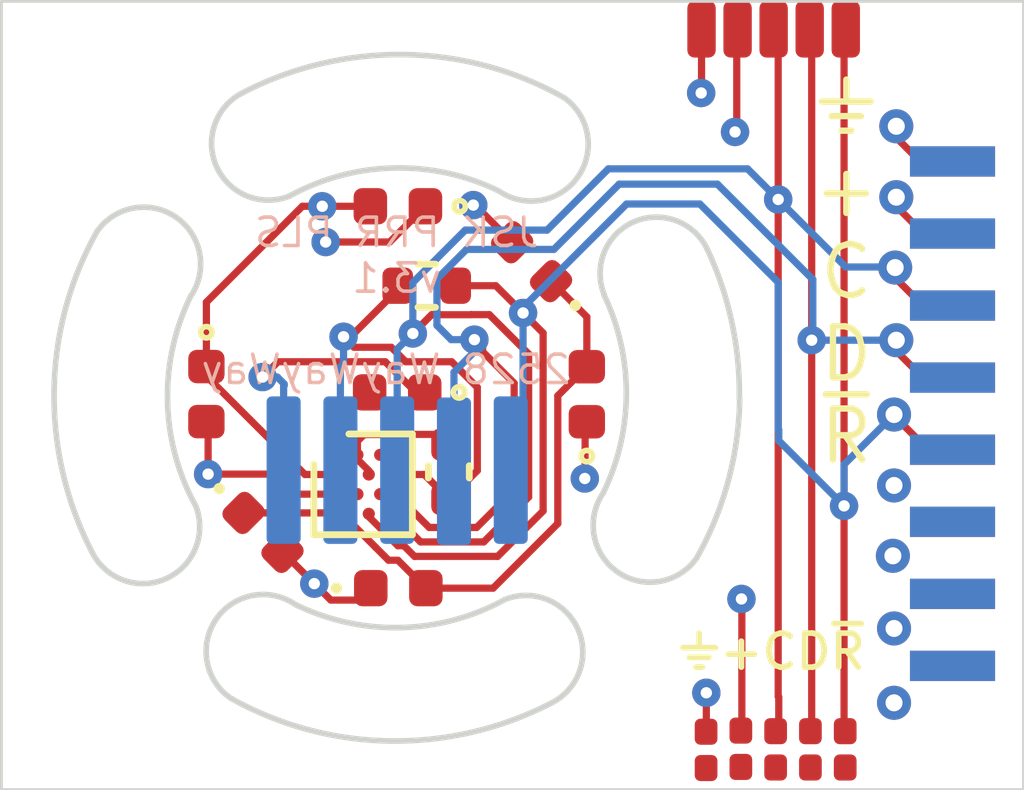
<source format=kicad_pcb>
(kicad_pcb (version 20241229) (generator "pcbnew") (generator_version "9.0")
  (layers (0 "F.Cu" signal) (4 "In1.Cu" signal) (6 "In2.Cu" signal) (2 "B.Cu" signal) (13 "F.Paste" user) (15 "B.Paste" user) (5 "F.SilkS" user "F.Silkscreen") (7 "B.SilkS" user "B.Silkscreen") (1 "F.Mask" user) (3 "B.Mask" user) (25 "Edge.Cuts" user))
  (net 0 "")
  (net 1 "GND")
  (net 2 "+5V")
  (net 3 "/~{RESET}")
  (net 4 "/TPICLK")
  (net 5 "/TPIDATA")
  (net 6 "/B")
  (net 7 "/A")
  (net 8 "/C")
  (net 9 "/CENTER")
  (footprint "LED_SMD:LED_0402_1005Metric" (layer "F.Cu") (at 139.39 75.45)
    (property "Reference" "D7" (hide yes))
    (property "Value" "YELLOW LED" (hide yes))
    (fp_circle (center -1.09 0) (end -1.04 0) (stroke (width 0.1)) (fill no) (layer "F.SilkS"))
    (pad "1" smd roundrect (at -0.485 0) (size 0.59 0.64) (layers "F.Cu" "F.Mask" "F.Paste") (net 8 "/C"))
    (pad "2" smd roundrect (at 0.485 0) (size 0.59 0.64) (layers "F.Cu" "F.Mask" "F.Paste") (net 6 "/B"))
  )
  (footprint "JSK:solderbridge_R_0201_0603Metric_as_solderbridge" (layer "F.Cu") (at 145.4225 78.28 90)
    (property "Reference" "JP1002" (hide yes))
    (property "Value" "SolderJumper_2_Open" (hide yes))
    (pad "1" smd roundrect (at -0.32 0 90) (size 0.46 0.4) (layers "F.Cu" "F.Mask") (net 2 "+5V"))
    (pad "2" smd roundrect (at 0.32 0 90) (size 0.46 0.4) (layers "F.Cu" "F.Mask") (net 2 "+5V"))
  )
  (footprint "LED_SMD:LED_0402_1005Metric" (layer "F.Cu") (at 136.01 72.03 -90)
    (property "Reference" "D3" (hide yes))
    (property "Value" "YELLOW LED" (hide yes))
    (fp_circle (center -1.089999 0) (end -1.04 0) (stroke (width 0.1)) (fill no) (layer "F.SilkS"))
    (pad "1" smd roundrect (at -0.485 0 270) (size 0.59 0.64) (layers "F.Cu" "F.Mask" "F.Paste") (net 7 "/A"))
    (pad "2" smd roundrect (at 0.485 0 270) (size 0.59 0.64) (layers "F.Cu" "F.Mask" "F.Paste") (net 8 "/C"))
  )
  (footprint "JSK:solderbridge_R_0201_0603Metric_as_solderbridge" (layer "F.Cu") (at 147.26 78.29 90)
    (property "Reference" "JP1005" (hide yes))
    (property "Value" "SolderJumper_2_Open" (hide yes))
    (pad "1" smd roundrect (at -0.32 0 90) (size 0.46 0.4) (layers "F.Cu" "F.Mask") (net 3 "/~{RESET}"))
    (pad "2" smd roundrect (at 0.32 0 90) (size 0.46 0.4) (layers "F.Cu" "F.Mask") (net 3 "/~{RESET}"))
  )
  (footprint "LED_SMD:LED_0402_1005Metric" (layer "F.Cu") (at 139.382501 68.72 180)
    (property "Reference" "D1" (hide yes))
    (property "Value" "YELLOW LED" (hide yes))
    (fp_circle (center -1.089999 0) (end -1.04 0) (stroke (width 0.1)) (fill no) (layer "F.SilkS"))
    (pad "1" smd roundrect (at -0.485 0 180) (size 0.59 0.64) (layers "F.Cu" "F.Mask" "F.Paste") (net 8 "/C"))
    (pad "2" smd roundrect (at 0.485 0 180) (size 0.59 0.64) (layers "F.Cu" "F.Mask" "F.Paste") (net 7 "/A"))
  )
  (footprint "JSK:TestPoint_Keystone_1005" (layer "F.Cu") (at 144.73 65.6)
    (property "Reference" "TP1001" (hide yes))
    (property "Value" "TestPoint" (hide yes))
    (pad "1" smd roundrect (at 0 0) (size 0.5 1) (layers "F.Cu" "F.Mask") (net 1 "GND"))
  )
  (footprint "Capacitor_SMD:C_0402_1005Metric" (layer "F.Cu") (at 140.28 73.4 90)
    (property "Reference" "C1" (hide yes))
    (property "Value" "100nF" (hide yes))
    (fp_line (start -0.107836 -0.36) (end 0.107836 -0.36) (stroke (width 0.12)) (layer "F.SilkS"))
    (fp_line (start -0.107836 0.36) (end 0.107836 0.36) (stroke (width 0.12)) (layer "F.SilkS"))
    (pad "1" smd roundrect (at -0.48 0 90) (size 0.56 0.62) (layers "F.Cu" "F.Mask" "F.Paste") (net 2 "+5V"))
    (pad "2" smd roundrect (at 0.48 0 90) (size 0.56 0.62) (layers "F.Cu" "F.Mask" "F.Paste") (net 1 "GND"))
  )
  (footprint "LED_SMD:LED_0402_1005Metric" (layer "F.Cu") (at 137.007053 74.467053 -45)
    (property "Reference" "D6" (hide yes))
    (property "Value" "YELLOW LED" (hide yes))
    (fp_circle (center -1.089999 0) (end -1.04 0) (stroke (width 0.1)) (fill no) (layer "F.SilkS"))
    (pad "1" smd roundrect (at -0.485 0 315) (size 0.59 0.64) (layers "F.Cu" "F.Mask" "F.Paste") (net 6 "/B"))
    (pad "2" smd roundrect (at 0.485 0 315) (size 0.59 0.64) (layers "F.Cu" "F.Mask" "F.Paste") (net 8 "/C"))
  )
  (footprint "JSK:TestPoint_Keystone_1005" (layer "F.Cu") (at 146.635 65.6)
    (property "Reference" "TP1004" (hide yes))
    (property "Value" "TestPoint" (hide yes))
    (pad "1" smd roundrect (at 0 0) (size 0.5 1) (layers "F.Cu" "F.Mask") (net 5 "/TPIDATA"))
  )
  (footprint "LED_SMD:LED_0402_1005Metric" (layer "F.Cu") (at 142.71 72.032501 90)
    (property "Reference" "D5" (hide yes))
    (property "Value" "YELLOW LED" (hide yes))
    (fp_circle (center -1.089999 0) (end -1.04 0) (stroke (width 0.1)) (fill no) (layer "F.SilkS"))
    (pad "1" smd roundrect (at -0.485 0 90) (size 0.59 0.64) (layers "F.Cu" "F.Mask" "F.Paste") (net 7 "/A"))
    (pad "2" smd roundrect (at 0.485 0 90) (size 0.59 0.64) (layers "F.Cu" "F.Mask" "F.Paste") (net 6 "/B"))
  )
  (footprint "LED_SMD:LED_0402_1005Metric" (layer "F.Cu") (at 139.37 72 180)
    (property "Reference" "D4" (hide yes))
    (property "Value" "YELLOW LED" (hide yes))
    (fp_circle (center -1.089999 0) (end -1.04 0) (stroke (width 0.1)) (fill no) (layer "F.SilkS"))
    (pad "1" smd roundrect (at -0.485 0 180) (size 0.59 0.64) (layers "F.Cu" "F.Mask" "F.Paste") (net 1 "GND"))
    (pad "2" smd roundrect (at 0.485 0 180) (size 0.59 0.64) (layers "F.Cu" "F.Mask" "F.Paste") (net 9 "/CENTER"))
  )
  (footprint "Resistor_SMD:R_0402_1005Metric" (layer "F.Cu") (at 139.89 70.12 180)
    (property "Reference" "R1" (hide yes))
    (property "Value" "1M" (hide yes))
    (fp_line (start -0.153641 0.38) (end 0.153641 0.38) (stroke (width 0.12)) (layer "F.SilkS"))
    (fp_line (start -0.153641 -0.38) (end 0.153641 -0.38) (stroke (width 0.12)) (layer "F.SilkS"))
    (pad "1" smd roundrect (at -0.509999 0 180) (size 0.54 0.64) (layers "F.Cu" "F.Mask" "F.Paste") (net 3 "/~{RESET}"))
    (pad "2" smd roundrect (at 0.509999 0 180) (size 0.54 0.64) (layers "F.Cu" "F.Mask" "F.Paste") (net 2 "+5V"))
  )
  (footprint "JSK:WLCSP-12_1.403x1.555mm_Layout6x4_P0.4mm_Stagger" (layer "F.Cu") (at 138.77 73.62)
    (property "Reference" "U1" (hide yes))
    (property "Value" "ATtiny20-UUR" (hide yes))
    (fp_line (start -0.8675 0.8875) (end -0.867501 -0.35) (stroke (width 0.12)) (layer "F.SilkS"))
    (fp_line (start -0.25 -0.8875) (end 0.8675 -0.8875) (stroke (width 0.12)) (layer "F.SilkS"))
    (fp_line (start 0.8675 -0.8875) (end 0.8675 0.8875) (stroke (width 0.12)) (layer "F.SilkS"))
    (fp_line (start 0.8675 0.8875) (end -0.8675 0.8875) (stroke (width 0.12)) (layer "F.SilkS"))
    (pad "A1" smd circle (at -0.5 -0.519615) (size 0.215 0.215) (property pad_prop_bga) (layers "F.Cu" "F.Paste") (net 9 "/CENTER"))
    (pad "A3" smd circle (at -0.1 -0.519615) (size 0.215 0.215) (property pad_prop_bga) (layers "F.Cu" "F.Paste") (net 1 "GND"))
    (pad "A5" smd circle (at 0.3 -0.519615) (size 0.215 0.215) (property pad_prop_bga) (layers "F.Cu" "F.Paste"))
    (pad "B2" smd circle (at -0.3 -0.173204) (size 0.215 0.215) (property pad_prop_bga) (layers "F.Cu" "F.Paste") (net 7 "/A"))
    (pad "B4" smd circle (at 0.1 -0.173205) (size 0.215 0.215) (property pad_prop_bga) (layers "F.Cu" "F.Paste") (net 1 "GND"))
    (pad "B6" smd circle (at 0.5 -0.173205) (size 0.215 0.215) (property pad_prop_bga) (layers "F.Cu" "F.Paste") (net 2 "+5V"))
    (pad "C1" smd circle (at -0.5 0.173205) (size 0.215 0.215) (property pad_prop_bga) (layers "F.Cu" "F.Paste") (net 8 "/C"))
    (pad "C3" smd circle (at -0.1 0.173205) (size 0.215 0.215) (property pad_prop_bga) (layers "F.Cu" "F.Paste"))
    (pad "C5" smd circle (at 0.3 0.173204) (size 0.215 0.215) (property pad_prop_bga) (layers "F.Cu" "F.Paste") (net 5 "/TPIDATA"))
    (pad "D2" smd circle (at -0.3 0.519615) (size 0.215 0.215) (property pad_prop_bga) (layers "F.Cu" "F.Paste") (net 6 "/B"))
    (pad "D4" smd circle (at 0.1 0.519615) (size 0.215 0.215) (property pad_prop_bga) (layers "F.Cu" "F.Paste") (net 3 "/~{RESET}"))
    (pad "D6" smd circle (at 0.5 0.519615) (size 0.215 0.215) (property pad_prop_bga) (layers "F.Cu" "F.Paste") (net 4 "/TPICLK"))
  )
  (footprint "JSK:TestPoint_Keystone_1005" (layer "F.Cu") (at 147.27 65.6)
    (property "Reference" "TP1005" (hide yes))
    (property "Value" "TestPoint" (hide yes))
    (pad "1" smd roundrect (at 0 0) (size 0.5 1) (layers "F.Cu" "F.Mask") (net 3 "/~{RESET}"))
  )
  (footprint "JSK:TestPoint_Keystone_1005" (layer "F.Cu") (at 145.365 65.6)
    (property "Reference" "TP1002" (hide yes))
    (property "Value" "TestPoint" (hide yes))
    (pad "1" smd roundrect (at 0 0) (size 0.5 1) (layers "F.Cu" "F.Mask") (net 2 "+5V"))
  )
  (footprint "JSK:16-pin-clip-dbg" (layer "F.Cu") (at 149.31 66.69)
    (property "Reference" "J1" (hide yes))
    (property "Value" "Conn_02x08_Counter_Clockwise" (hide yes))
    (pad "1" thru_hole circle (at -1.15 0.62 90) (size 0.6 0.6) (drill 0.3) (layers "*.Cu" "*.Mask") (net 1 "GND"))
    (pad "1" connect rect (at -0.16 1.24) (size 1.4986 0.5334) (layers "F.Cu" "F.Mask") (net 1 "GND"))
    (pad "2" thru_hole circle (at -1.15 1.87 90) (size 0.6 0.6) (drill 0.3) (layers "*.Cu" "*.Mask") (net 2 "+5V"))
    (pad "2" connect rect (at -0.16 2.51) (size 1.4986 0.5334) (layers "F.Cu" "F.Mask") (net 2 "+5V"))
    (pad "3" thru_hole circle (at -1.17 3.11 90) (size 0.6 0.6) (drill 0.3) (layers "*.Cu" "*.Mask") (net 4 "/TPICLK"))
    (pad "3" connect rect (at -0.16 3.78) (size 1.4986 0.5334) (layers "F.Cu" "F.Mask") (net 4 "/TPICLK"))
    (pad "4" thru_hole circle (at -1.15 4.39 90) (size 0.6 0.6) (drill 0.3) (layers "*.Cu" "*.Mask") (net 5 "/TPIDATA"))
    (pad "4" connect rect (at -0.16 5.05) (size 1.4986 0.5334) (layers "F.Cu" "F.Mask") (net 5 "/TPIDATA"))
    (pad "5" thru_hole circle (at -1.19 5.7 90) (size 0.6 0.6) (drill 0.3) (layers "*.Cu" "*.Mask") (net 3 "/~{RESET}"))
    (pad "5" connect rect (at -0.16 6.32) (size 1.4986 0.5334) (layers "F.Cu" "F.Mask") (net 3 "/~{RESET}"))
    (pad "6" thru_hole circle (at -1.19 6.95 90) (size 0.6 0.6) (drill 0.3) (layers "*.Cu" "*.Mask"))
    (pad "6" connect rect (at -0.16 7.59) (size 1.4986 0.5334) (layers "F.Cu" "F.Mask"))
    (pad "7" thru_hole circle (at -1.21 8.19 90) (size 0.6 0.6) (drill 0.3) (layers "*.Cu" "*.Mask"))
    (pad "7" connect rect (at -0.16 8.86) (size 1.4986 0.5334) (layers "F.Cu" "F.Mask"))
    (pad "8" thru_hole circle (at -1.19 9.47 90) (size 0.6 0.6) (drill 0.3) (layers "*.Cu" "*.Mask"))
    (pad "8" connect rect (at -0.16 10.13) (size 1.4986 0.5334) (layers "F.Cu" "F.Mask"))
    (pad "9" thru_hole circle (at -1.19 10.78 90) (size 0.6 0.6) (drill 0.3) (layers "*.Cu" "*.Mask"))
    (pad "9" connect rect (at -0.16 1.24 180) (size 1.4986 0.5334) (layers "B.Cu" "B.Mask"))
    (pad "10" connect rect (at -0.16 2.51 180) (size 1.4986 0.5334) (layers "B.Cu" "B.Mask"))
    (pad "11" connect rect (at -0.16 3.78 180) (size 1.4986 0.5334) (layers "B.Cu" "B.Mask"))
    (pad "12" connect rect (at -0.16 5.05 180) (size 1.4986 0.5334) (layers "B.Cu" "B.Mask"))
    (pad "13" connect rect (at -0.16 6.32 180) (size 1.4986 0.5334) (layers "B.Cu" "B.Mask"))
    (pad "14" connect rect (at -0.16 7.59 180) (size 1.4986 0.5334) (layers "B.Cu" "B.Mask"))
    (pad "15" connect rect (at -0.16 8.86 180) (size 1.4986 0.5334) (layers "B.Cu" "B.Mask"))
    (pad "16" connect rect (at -0.16 10.13 180) (size 1.4986 0.5334) (layers "B.Cu" "B.Mask"))
  )
  (footprint "JSK:solderbridge_R_0201_0603Metric_as_solderbridge" (layer "F.Cu") (at 144.81 78.3 90)
    (property "Reference" "JP1001" (hide yes))
    (property "Value" "SolderJumper_2_Open" (hide yes))
    (pad "1" smd roundrect (at -0.32 0 90) (size 0.46 0.4) (layers "F.Cu" "F.Mask") (net 1 "GND"))
    (pad "2" smd roundrect (at 0.32 0 90) (size 0.46 0.4) (layers "F.Cu" "F.Mask") (net 1 "GND"))
  )
  (footprint "JSK:solderbridge_R_0201_0603Metric_as_solderbridge" (layer "F.Cu") (at 146.6475 78.29 90)
    (property "Reference" "JP1004" (hide yes))
    (property "Value" "SolderJumper_2_Open" (hide yes))
    (pad "1" smd roundrect (at -0.32 0 90) (size 0.46 0.4) (layers "F.Cu" "F.Mask") (net 5 "/TPIDATA"))
    (pad "2" smd roundrect (at 0.32 0 90) (size 0.46 0.4) (layers "F.Cu" "F.Mask") (net 5 "/TPIDATA"))
  )
  (footprint "JSK:TestPoint_Keystone_1005" (layer "F.Cu") (at 146 65.6)
    (property "Reference" "TP1003" (hide yes))
    (property "Value" "TestPoint" (hide yes))
    (pad "1" smd roundrect (at 0 0) (size 0.5 1) (layers "F.Cu" "F.Mask") (net 4 "/TPICLK"))
  )
  (footprint "JSK:solderbridge_R_0201_0603Metric_as_solderbridge" (layer "F.Cu") (at 146.035 78.29 90)
    (property "Reference" "JP1003" (hide yes))
    (property "Value" "SolderJumper_2_Open" (hide yes))
    (pad "1" smd roundrect (at -0.32 0 90) (size 0.46 0.4) (layers "F.Cu" "F.Mask") (net 4 "/TPICLK"))
    (pad "2" smd roundrect (at 0.32 0 90) (size 0.46 0.4) (layers "F.Cu" "F.Mask") (net 4 "/TPICLK"))
  )
  (footprint "LED_SMD:LED_0402_1005Metric" (layer "F.Cu") (at 141.737053 69.697053 135)
    (property "Reference" "D2" (hide yes))
    (property "Value" "YELLOW LED" (hide yes))
    (fp_circle (center -1.089999 0) (end -1.04 0) (stroke (width 0.1)) (fill no) (layer "F.SilkS"))
    (pad "1" smd roundrect (at -0.485 0 135) (size 0.59 0.64) (layers "F.Cu" "F.Mask" "F.Paste") (net 6 "/B"))
    (pad "2" smd roundrect (at 0.485 0 135) (size 0.59 0.64) (layers "F.Cu" "F.Mask" "F.Paste") (net 7 "/A"))
  )
  (footprint "JSK:sei-105-mating" (layer "B.Cu") (at 139.37 72.24 90)
    (property "Reference" "J2" (hide yes))
    (property "Value" "SEI-105-02-GF-S-M-AT" (hide yes))
    (pad "01" smd roundrect (at -1.13 2 90) (size 2.6 0.6) (layers "B.Cu" "B.Mask" "B.Paste") (roundrect_rratio 0.15) (net 3 "/~{RESET}"))
    (pad "02" smd roundrect (at -1.15 1 90) (size 2.6 0.6) (layers "B.Cu" "B.Mask" "B.Paste") (roundrect_rratio 0.15) (net 5 "/TPIDATA"))
    (pad "03" smd roundrect (at -1.13 0 90) (size 2.6 0.6) (layers "B.Cu" "B.Mask" "B.Paste") (roundrect_rratio 0.15) (net 4 "/TPICLK"))
    (pad "04" smd roundrect (at -1.13 -1 90) (size 2.6 0.6) (layers "B.Cu" "B.Mask" "B.Paste") (roundrect_rratio 0.15) (net 2 "+5V"))
    (pad "05" smd roundrect (at -1.13 -2 90) (size 2.6 0.6) (layers "B.Cu" "B.Mask" "B.Paste") (roundrect_rratio 0.15) (net 1 "GND"))
  )
  (gr_arc (start 142.310002 66.806515) (mid 142.559703 68.201461) (end 141.165086 68.452975) (stroke (width 0.1)) (layer "Edge.Cuts"))
  (gr_line (start 143.014837 70.272994) (end 143.014837 70.287456) (stroke (width 0.1)) (layer "Edge.Cuts"))
  (gr_arc (start 139.494572 66.0474) (mid 140.95 66.25) (end 142.310002 66.806515) (stroke (width 0.1)) (layer "Edge.Cuts"))
  (gr_arc (start 144.643485 74.920002) (mid 143.248539 75.169703) (end 142.997025 73.775086) (stroke (width 0.1)) (layer "Edge.Cuts"))
  (gr_arc (start 141.268144 75.649295) (mid 142.552003 76.168855) (end 142.086374 77.473244) (stroke (width 0.1)) (layer "Edge.Cuts"))
  (gr_arc (start 143.014837 70.287456) (mid 143.405517 72.033312) (end 142.997024 73.775087) (stroke (width 0.1)) (layer "Edge.Cuts"))
  (gr_arc (start 133.3274 71.975428) (mid 133.53 70.52) (end 134.086515 69.159998) (stroke (width 0.1)) (layer "Edge.Cuts"))
  (gr_arc (start 145.4026 72.104572) (mid 145.2 73.56) (end 144.643485 74.920002) (stroke (width 0.1)) (layer "Edge.Cuts"))
  (gr_arc (start 143.014837 70.272994) (mid 143.53 69) (end 144.823347 69.46169) (stroke (width 0.1)) (layer "Edge.Cuts"))
  (gr_arc (start 136.653626 66.716756) (mid 138.03274 66.206538) (end 139.494572 66.0474) (stroke (width 0.1)) (layer "Edge.Cuts"))
  (gr_arc (start 134.086515 69.159998) (mid 135.481461 68.910297) (end 135.732975 70.304914) (stroke (width 0.1)) (layer "Edge.Cuts"))
  (gr_arc (start 142.086374 77.473244) (mid 140.70726 77.983462) (end 139.245428 78.1426) (stroke (width 0.1)) (layer "Edge.Cuts"))
  (gr_line (start 145.4026 72.104572) (end 145.395616 72.104472) (stroke (width 0.1)) (layer "Edge.Cuts"))
  (gr_arc (start 135.820705 73.998144) (mid 135.301145 75.282003) (end 133.996756 74.816374) (stroke (width 0.1)) (layer "Edge.Cuts"))
  (gr_rect (start 132.4 65.11) (end 150.4 79) (stroke (width 0.05)) (fill no) (layer "Edge.Cuts"))
  (gr_arc (start 139.245428 78.1426) (mid 137.79 77.94) (end 136.429998 77.383485) (stroke (width 0.1)) (layer "Edge.Cuts"))
  (gr_arc (start 135.820705 73.998144) (mid 135.325559 72.162246) (end 135.732975 70.304914) (stroke (width 0.1)) (layer "Edge.Cuts"))
  (gr_arc (start 137.471856 68.540705) (mid 136.187997 68.021145) (end 136.653626 66.716756) (stroke (width 0.1)) (layer "Edge.Cuts"))
  (gr_arc (start 136.429998 77.383485) (mid 136.180297 75.98854) (end 137.574915 75.737025) (stroke (width 0.1)) (layer "Edge.Cuts"))
  (gr_arc (start 137.471856 68.540705) (mid 139.307754 68.045559) (end 141.165086 68.452975) (stroke (width 0.1)) (layer "Edge.Cuts"))
  (gr_arc (start 133.996756 74.816374) (mid 133.486538 73.43726) (end 133.3274 71.975428) (stroke (width 0.1)) (layer "Edge.Cuts"))
  (gr_line (start 144.823347 69.461631) (end 144.823347 69.46169) (stroke (width 0.1)) (layer "Edge.Cuts"))
  (gr_arc (start 141.268144 75.649295) (mid 139.432245 76.144441) (end 137.574915 75.737025) (stroke (width 0.1)) (layer "Edge.Cuts"))
  (gr_line (start 142.997024 73.775087) (end 142.997025 73.775086) (stroke (width 0.1)) (layer "Edge.Cuts"))
  (gr_arc (start 144.823347 69.461631) (mid 145.260621 70.750324) (end 145.395616 72.104472) (stroke (width 0.1)) (layer "Edge.Cuts"))
  (gr_text "⏚\n+\nC\nD\n~{R}" (at 147.28 73.3 0) (layer "F.SilkS") (effects (font (size 0.9 0.9) (thickness 0.1125)) (justify bottom)))
  (gr_text "⏚+CD~{R}" (at 145.96 76.92 0) (layer "F.SilkS") (effects (font (size 0.6 0.6) (thickness 0.1)) (justify bottom)))
  (gr_text "JSK PRR PLS \nv3.1 \n\n2528 WayWayWay" (at 139.17 71.89 0) (layer "B.SilkS") (effects (font (size 0.5 0.5) (thickness 0.0625)) (justify bottom mirror)))
  (segment (start 144.723444 66.626556) (end 144.73 66.62) (width 0.127) (layer "F.Cu") (net 1))
  (segment (start 138.67 73.179615) (end 138.67 73.100385) (width 0.127) (layer "F.Cu") (net 1))
  (segment (start 138.83 72.74) (end 138.79 72.74) (width 0.127) (layer "F.Cu") (net 1))
  (segment (start 139.855 72.035) (end 139.855 72) (width 0.127) (layer "F.Cu") (net 1))
  (segment (start 140.1 72.74) (end 138.83 72.74) (width 0.127) (layer "F.Cu") (net 1))
  (segment (start 138.67 73.100385) (end 138.67 72.86) (width 0.127) (layer "F.Cu") (net 1))
  (segment (start 139.15 72.74) (end 139.855 72.035) (width 0.127) (layer "F.Cu") (net 1))
  (segment (start 144.814535 77.293892) (end 144.814535 77.820465) (width 0.127) (layer "F.Cu") (net 1))
  (segment (start 138.79 72.74) (end 138.67 72.86) (width 0.127) (layer "F.Cu") (net 1))
  (segment (start 138.87 73.446795) (end 138.87 73.379615) (width 0.127) (layer "F.Cu") (net 1))
  (segment (start 138.83 72.74) (end 139.15 72.74) (width 0.127) (layer "F.Cu") (net 1))
  (segment (start 137 71.73) (end 137.27 71.46) (width 0.127) (layer "F.Cu") (net 1))
  (segment (start 144.73 66.62) (end 144.73 65.6) (width 0.127) (layer "F.Cu") (net 1))
  (segment (start 140.28 72.92) (end 140.1 72.74) (width 0.127) (layer "F.Cu") (net 1))
  (segment (start 138.87 73.379615) (end 138.67 73.179615) (width 0.127) (layer "F.Cu") (net 1))
  (segment (start 148.19 67.54) (end 148.63 67.98) (width 0.127) (layer "F.Cu") (net 1))
  (segment (start 138.74 72.74) (end 138.83 72.74) (width 0.127) (layer "F.Cu") (net 1))
  (segment (start 144.723444 66.723644) (end 144.723444 66.626556) (width 0.127) (layer "F.Cu") (net 1))
  (segment (start 139.16 71.46) (end 139.7 72) (width 0.127) (layer "F.Cu") (net 1))
  (segment (start 137.27 71.46) (end 139.16 71.46) (width 0.127) (layer "F.Cu") (net 1))
  (via (at 144.814535 77.293892) (size 0.5) (drill 0.2) (layers "F.Cu" "B.Cu") (net 1))
  (via (at 137 71.73) (size 0.5) (drill 0.2) (layers "F.Cu" "B.Cu") (net 1))
  (via (at 144.723444 66.723644) (size 0.5) (drill 0.2) (layers "F.Cu" "B.Cu") (net 1))
  (segment (start 137.25902 71.73) (end 137.37951 71.85049) (width 0.127) (layer "B.Cu") (net 1))
  (segment (start 137.37951 71.85049) (end 137.37951 71.88049) (width 0.127) (layer "B.Cu") (net 1))
  (segment (start 137.37 71.89) (end 137.37 73.37) (width 0.127) (layer "B.Cu") (net 1))
  (segment (start 137 71.73) (end 137.25902 71.73) (width 0.127) (layer "B.Cu") (net 1))
  (segment (start 137.37951 71.88049) (end 137.37 71.89) (width 0.127) (layer "B.Cu") (net 1))
  (segment (start 145.44 75.646837) (end 145.44 77.94) (width 0.127) (layer "F.Cu") (net 2))
  (segment (start 140.7815 71.9115) (end 140.7815 73.3785) (width 0.127) (layer "F.Cu") (net 2))
  (segment (start 145.35 67.38) (end 145.35 65.615) (width 0.127) (layer "F.Cu") (net 2))
  (segment (start 139.265625 71.205001) (end 139.520624 71.46) (width 0.127) (layer "F.Cu") (net 2))
  (segment (start 139.520624 71.46) (end 140.33 71.46) (width 0.127) (layer "F.Cu") (net 2))
  (segment (start 139.380001 70.12) (end 139.380001 70.189999) (width 0.127) (layer "F.Cu") (net 2))
  (segment (start 138.425309 71.0195) (end 138.610809 71.205) (width 0.127) (layer "F.Cu") (net 2))
  (segment (start 138.610809 71.205) (end 139.265625 71.205001) (width 0.127) (layer "F.Cu") (net 2))
  (segment (start 138.5505 71.0195) (end 138.425309 71.0195) (width 0.127) (layer "F.Cu") (net 2))
  (segment (start 145.433163 75.64) (end 145.44 75.646837) (width 0.127) (layer "F.Cu") (net 2))
  (segment (start 148.19 68.75) (end 148.69 69.25) (width 0.127) (layer "F.Cu") (net 2))
  (segment (start 139.380001 70.189999) (end 138.5505 71.0195) (width 0.127) (layer "F.Cu") (net 2))
  (segment (start 140.28 73.88) (end 139.846795 73.446795) (width 0.127) (layer "F.Cu") (net 2))
  (segment (start 140.33 71.46) (end 140.7815 71.9115) (width 0.127) (layer "F.Cu") (net 2))
  (segment (start 145.32 67.41) (end 145.35 67.38) (width 0.127) (layer "F.Cu") (net 2))
  (segment (start 139.846795 73.446795) (end 139.27 73.446795) (width 0.127) (layer "F.Cu") (net 2))
  (segment (start 140.7815 73.3785) (end 140.28 73.88) (width 0.127) (layer "F.Cu") (net 2))
  (via (at 145.32 67.41) (size 0.5) (drill 0.2) (layers "F.Cu" "B.Cu") (net 2))
  (via (at 138.425309 71.0195) (size 0.5) (drill 0.2) (layers "F.Cu" "B.Cu") (net 2))
  (via (at 145.433163 75.64) (size 0.5) (drill 0.2) (layers "F.Cu" "B.Cu") (net 2))
  (segment (start 138.425309 71.0195) (end 138.425309 71.494691) (width 0.127) (layer "B.Cu") (net 2))
  (segment (start 138.425309 71.494691) (end 138.37 71.55) (width 0.127) (layer "B.Cu") (net 2))
  (segment (start 138.37 71.55) (end 138.37 73.37) (width 0.127) (layer "B.Cu") (net 2))
  (segment (start 139.675624 74.89) (end 141.14 74.89) (width 0.127) (layer "F.Cu") (net 3))
  (segment (start 141.94 70.9531) (end 141.5869 70.6) (width 0.127) (layer "F.Cu") (net 3))
  (segment (start 147.24 65.31) (end 147.24 74) (width 0.127) (layer "F.Cu") (net 3))
  (segment (start 138.87 74.19) (end 139.3825 74.7025) (width 0.127) (layer "F.Cu") (net 3))
  (segment (start 139.3825 74.7025) (end 139.488125 74.702501) (width 0.127) (layer "F.Cu") (net 3))
  (segment (start 138.87 74.139615) (end 138.87 74.19) (width 0.127) (layer "F.Cu") (net 3))
  (segment (start 141.1069 70.12) (end 141.5869 70.6) (width 0.127) (layer "F.Cu") (net 3))
  (segment (start 147.24 74) (end 147.24 77.73) (width 0.127) (layer "F.Cu") (net 3))
  (segment (start 139.488125 74.702501) (end 139.675624 74.89) (width 0.127) (layer "F.Cu") (net 3))
  (segment (start 141.14 74.89) (end 141.94 74.09) (width 0.127) (layer "F.Cu") (net 3))
  (segment (start 140.399999 70.12) (end 141.1069 70.12) (width 0.127) (layer "F.Cu") (net 3))
  (segment (start 141.94 74.09) (end 141.94 70.9531) (width 0.127) (layer "F.Cu") (net 3))
  (segment (start 148.15 72.44) (end 148.77 73.06) (width 0.127) (layer "F.Cu") (net 3))
  (via (at 141.5869 70.6) (size 0.5) (drill 0.2) (layers "F.Cu" "B.Cu") (net 3))
  (via (at 147.24 74) (size 0.5) (drill 0.2) (layers "F.Cu" "B.Cu") (net 3))
  (segment (start 141.5869 73.1531) (end 141.5869 70.5031) (width 0.127) (layer "B.Cu") (net 3))
  (segment (start 146.09 72.85) (end 147.24 74) (width 0.127) (layer "B.Cu") (net 3))
  (segment (start 146.08 72.67) (end 146.09 72.66) (width 0.127) (layer "B.Cu") (net 3))
  (segment (start 144.7 68.68) (end 146.08 70.06) (width 0.127) (layer "B.Cu") (net 3))
  (segment (start 146.09 72.66) (end 146.09 72.85) (width 0.127) (layer "B.Cu") (net 3))
  (segment (start 143.41 68.68) (end 144.7 68.68) (width 0.127) (layer "B.Cu") (net 3))
  (segment (start 146.08 70.06) (end 146.08 72.67) (width 0.127) (layer "B.Cu") (net 3))
  (segment (start 147.24 74) (end 147.24 73.27) (width 0.127) (layer "B.Cu") (net 3))
  (segment (start 141.5869 70.5031) (end 143.41 68.68) (width 0.127) (layer "B.Cu") (net 3))
  (segment (start 147.24 73.27) (end 148.12 72.39) (width 0.127) (layer "B.Cu") (net 3))
  (segment (start 139.577887 74.447502) (end 139.593751 74.447502) (width 0.127) (layer "F.Cu") (net 4))
  (segment (start 141.685 71.322476) (end 140.992524 70.63) (width 0.127) (layer "F.Cu") (net 4))
  (segment (start 146.08 65.37) (end 146.08 68.6) (width 0.127) (layer "F.Cu") (net 4))
  (segment (start 146.08 77.36) (end 146.09 77.37) (width 0.127) (layer "F.Cu") (net 4))
  (segment (start 146.08 68.6) (end 146.08 77.36) (width 0.127) (layer "F.Cu") (net 4))
  (segment (start 146.09 77.37) (end 146.09 77.97) (width 0.127) (layer "F.Cu") (net 4))
  (segment (start 139.27 74.139615) (end 139.577887 74.447502) (width 0.127) (layer "F.Cu") (net 4))
  (segment (start 139.593751 74.447502) (end 139.781248 74.635) (width 0.127) (layer "F.Cu") (net 4))
  (segment (start 140.673981 70.6315) (end 140.126017 70.6315) (width 0.127) (layer "F.Cu") (net 4))
  (segment (start 140.992524 70.63) (end 140.675481 70.63) (width 0.127) (layer "F.Cu") (net 4))
  (segment (start 140.675481 70.63) (end 140.673981 70.6315) (width 0.127) (layer "F.Cu") (net 4))
  (segment (start 139.977688 70.63) (end 139.645637 70.962051) (width 0.127) (layer "F.Cu") (net 4))
  (segment (start 140.126017 70.6315) (end 140.124517 70.63) (width 0.127) (layer "F.Cu") (net 4))
  (segment (start 141.685 73.845) (end 141.685 71.322476) (width 0.127) (layer "F.Cu") (net 4))
  (segment (start 140.895 74.635) (end 141.685 73.845) (width 0.127) (layer "F.Cu") (net 4))
  (segment (start 140.124517 70.63) (end 139.977688 70.63) (width 0.127) (layer "F.Cu") (net 4))
  (segment (start 148.17 70.01) (end 148.68 70.52) (width 0.127) (layer "F.Cu") (net 4))
  (segment (start 139.781248 74.635) (end 140.895 74.635) (width 0.127) (layer "F.Cu") (net 4))
  (via (at 146.08 68.6) (size 0.5) (drill 0.2) (layers "F.Cu" "B.Cu") (net 4))
  (via (at 139.645637 70.962051) (size 0.5) (drill 0.2) (layers "F.Cu" "B.Cu") (net 4))
  (segment (start 147.27 69.79) (end 148.13 69.79) (width 0.127) (layer "B.Cu") (net 4))
  (segment (start 145.54 68.06) (end 146.08 68.6) (width 0.127) (layer "B.Cu") (net 4))
  (segment (start 143.09 68.06) (end 145.54 68.06) (width 0.127) (layer "B.Cu") (net 4))
  (segment (start 139.37 71.237688) (end 139.37 73.37) (width 0.127) (layer "B.Cu") (net 4))
  (segment (start 139.645637 70.962051) (end 139.645637 70.063739) (width 0.127) (layer "B.Cu") (net 4))
  (segment (start 147.27 69.79) (end 146.08 68.6) (width 0.127) (layer "B.Cu") (net 4))
  (segment (start 140.569376 69.14) (end 142.01 69.14) (width 0.127) (layer "B.Cu") (net 4))
  (segment (start 142.01 69.14) (end 143.09 68.06) (width 0.127) (layer "B.Cu") (net 4))
  (segment (start 139.645637 70.063739) (end 140.569376 69.14) (width 0.127) (layer "B.Cu") (net 4))
  (segment (start 139.645637 70.962051) (end 139.37 71.237688) (width 0.127) (layer "B.Cu") (net 4))
  (segment (start 139.346439 73.793204) (end 139.933235 74.38) (width 0.127) (layer "F.Cu") (net 5))
  (segment (start 139.933235 74.38) (end 140.77 74.38) (width 0.127) (layer "F.Cu") (net 5))
  (segment (start 140.873788 71.281096) (end 140.873788 71.214507) (width 0.127) (layer "F.Cu") (net 5))
  (segment (start 140.873788 71.214507) (end 140.729781 71.0705) (width 0.127) (layer "F.Cu") (net 5))
  (segment (start 141.43 71.837308) (end 140.873788 71.281096) (width 0.127) (layer "F.Cu") (net 5))
  (segment (start 140.77 74.38) (end 141.43 73.72) (width 0.127) (layer "F.Cu") (net 5))
  (segment (start 146.67 65.3369) (end 146.67 78.13) (width 0.127) (layer "F.Cu") (net 5))
  (segment (start 139.07 73.793204) (end 139.346439 73.793204) (width 0.127) (layer "F.Cu") (net 5))
  (segment (start 141.43 73.72) (end 141.43 71.837308) (width 0.127) (layer "F.Cu") (net 5))
  (segment (start 148.19 71.3) (end 148.68 71.79) (width 0.127) (layer "F.Cu") (net 5))
  (via (at 146.67 71.08) (size 0.5) (drill 0.2) (layers "F.Cu" "B.Cu") (net 5))
  (via (at 140.729781 71.0705) (size 0.5) (drill 0.2) (layers "F.Cu" "B.Cu") (net 5))
  (segment (start 140.729781 71.0705) (end 140.729781 71.283849) (width 0.127) (layer "B.Cu") (net 5))
  (segment (start 143.28 68.33) (end 145.01 68.33) (width 0.127) (layer "B.Cu") (net 5))
  (segment (start 146.69 70.01) (end 146.69 70.83) (width 0.127) (layer "B.Cu") (net 5))
  (segment (start 140.37 71.64363) (end 140.37 73.39) (width 0.127) (layer "B.Cu") (net 5))
  (segment (start 140.07 70) (end 140.59 69.48) (width 0.127) (layer "B.Cu") (net 5))
  (segment (start 145.01 68.33) (end 146.69 70.01) (width 0.127) (layer "B.Cu") (net 5))
  (segment (start 140.07 70.8195) (end 140.07 70) (width 0.127) (layer "B.Cu") (net 5))
  (segment (start 140.59 69.48) (end 142.13 69.48) (width 0.127) (layer "B.Cu") (net 5))
  (segment (start 142.13 69.48) (end 143.28 68.33) (width 0.127) (layer "B.Cu") (net 5))
  (segment (start 140.729781 71.0705) (end 140.321 71.0705) (width 0.127) (layer "B.Cu") (net 5))
  (segment (start 146.67 71.08) (end 148.16 71.08) (width 0.127) (layer "B.Cu") (net 5))
  (segment (start 140.729781 71.283849) (end 140.37 71.64363) (width 0.127) (layer "B.Cu") (net 5))
  (segment (start 140.321 71.0705) (end 140.07 70.8195) (width 0.127) (layer "B.Cu") (net 5))
  (segment (start 138.99 74.73) (end 138.384106 74.124106) (width 0.127) (layer "F.Cu") (net 6))
  (segment (start 142.71 70.67) (end 142.08 70.04) (width 0.127) (layer "F.Cu") (net 6))
  (segment (start 139.3825 74.9575) (end 139.2175 74.9575) (width 0.127) (layer "F.Cu") (net 6))
  (segment (start 139.875 75.45) (end 141.06 75.45) (width 0.127) (layer "F.Cu") (net 6))
  (segment (start 139.3825 74.9575) (end 139.875 75.45) (width 0.127) (layer "F.Cu") (net 6))
  (segment (start 142.71 71.547501) (end 142.71 70.67) (width 0.127) (layer "F.Cu") (net 6))
  (segment (start 139.2175 74.9575) (end 138.99 74.73) (width 0.127) (layer "F.Cu") (net 6))
  (segment (start 138.384106 74.124106) (end 136.664106 74.124106) (width 0.127) (layer "F.Cu") (net 6))
  (segment (start 142.1985 72.059001) (end 142.71 71.547501) (width 0.127) (layer "F.Cu") (net 6))
  (segment (start 141.06 75.45) (end 142.1985 74.3115) (width 0.127) (layer "F.Cu") (net 6))
  (segment (start 142.1985 74.3115) (end 142.1985 72.059001) (width 0.127) (layer "F.Cu") (net 6))
  (segment (start 137.745302 73.446796) (end 138.47 73.446796) (width 0.127) (layer "F.Cu") (net 7))
  (segment (start 142.679622 72.547879) (end 142.679622 73.523065) (width 0.127) (layer "F.Cu") (net 7))
  (segment (start 142.679622 73.523065) (end 142.67395 73.517393) (width 0.127) (layer "F.Cu") (net 7))
  (segment (start 136.01 71.711494) (end 137.745302 73.446796) (width 0.127) (layer "F.Cu") (net 7))
  (segment (start 136.01 70.41) (end 136.01 71.545) (width 0.127) (layer "F.Cu") (net 7))
  (segment (start 138.897501 68.72) (end 138.05 68.72) (width 0.127) (layer "F.Cu") (net 7))
  (segment (start 138.47 73.446796) (end 138.409615 73.507181) (width 0.127) (layer "F.Cu") (net 7))
  (segment (start 140.88 68.87) (end 140.91 68.87) (width 0.127) (layer "F.Cu") (net 7))
  (segment (start 138.05 68.72) (end 137.7 68.72) (width 0.127) (layer "F.Cu") (net 7))
  (segment (start 140.71 68.7) (end 140.71 68.6995) (width 0.127) (layer "F.Cu") (net 7))
  (segment (start 140.91 68.87) (end 141.394106 69.354106) (width 0.127) (layer "F.Cu") (net 7))
  (segment (start 140.71 68.7) (end 140.88 68.87) (width 0.127) (layer "F.Cu") (net 7))
  (segment (start 137.7 68.72) (end 136.01 70.41) (width 0.127) (layer "F.Cu") (net 7))
  (via (at 140.71 68.6995) (size 0.5) (drill 0.2) (layers "F.Cu" "B.Cu") (net 7))
  (via (at 142.67395 73.517393) (size 0.5) (drill 0.2) (layers "F.Cu" "B.Cu") (net 7))
  (via (at 138.05 68.72) (size 0.5) (drill 0.2) (layers "F.Cu" "B.Cu") (net 7))
  (segment (start 138.27 73.793205) (end 137.603205 73.793205) (width 0.127) (layer "F.Cu") (net 8))
  (segment (start 137.25 73.44) (end 136.04 73.44) (width 0.127) (layer "F.Cu") (net 8))
  (segment (start 138.695 75.66) (end 138.2 75.66) (width 0.127) (layer "F.Cu") (net 8))
  (segment (start 138.2 75.66) (end 137.91 75.37) (width 0.127) (layer "F.Cu") (net 8))
  (segment (start 137.35 74.81) (end 137.91 75.37) (width 0.127) (layer "F.Cu") (net 8))
  (segment (start 136.04 73.44) (end 136.04 72.545) (width 0.127) (layer "F.Cu") (net 8))
  (segment (start 137.603205 73.793205) (end 137.25 73.44) (width 0.127) (layer "F.Cu") (net 8))
  (segment (start 138.11 69.35) (end 139.237501 69.35) (width 0.127) (layer "F.Cu") (net 8))
  (segment (start 139.237501 69.35) (end 139.867501 68.72) (width 0.127) (layer "F.Cu") (net 8))
  (via (at 138.11 69.35) (size 0.5) (drill 0.2) (layers "F.Cu" "B.Cu") (net 8))
  (via (at 137.91 75.37) (size 0.5) (drill 0.2) (layers "F.Cu" "B.Cu") (net 8))
  (via (at 136.04 73.44) (size 0.5) (drill 0.2) (layers "F.Cu" "B.Cu") (net 8))
  (segment (start 138.885 72) (end 138.27 72.615) (width 0.127) (layer "F.Cu") (net 9))
  (segment (start 138.27 72.615) (end 138.27 73.100385) (width 0.127) (layer "F.Cu") (net 9))
)
</source>
